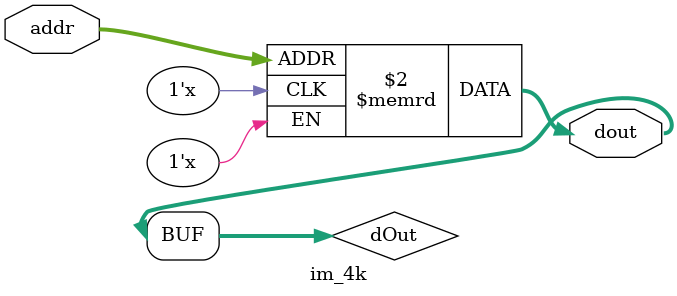
<source format=v>
module im_4k( addr, dout );

	input [9:0]	addr;

	output [31:0]	dout;

	reg [31:0]		dOut;
	reg [31:0]		imem[1023:0];

	always @(addr) begin
		dOut = imem[addr];
	end
	assign dout = dOut;

endmodule
</source>
